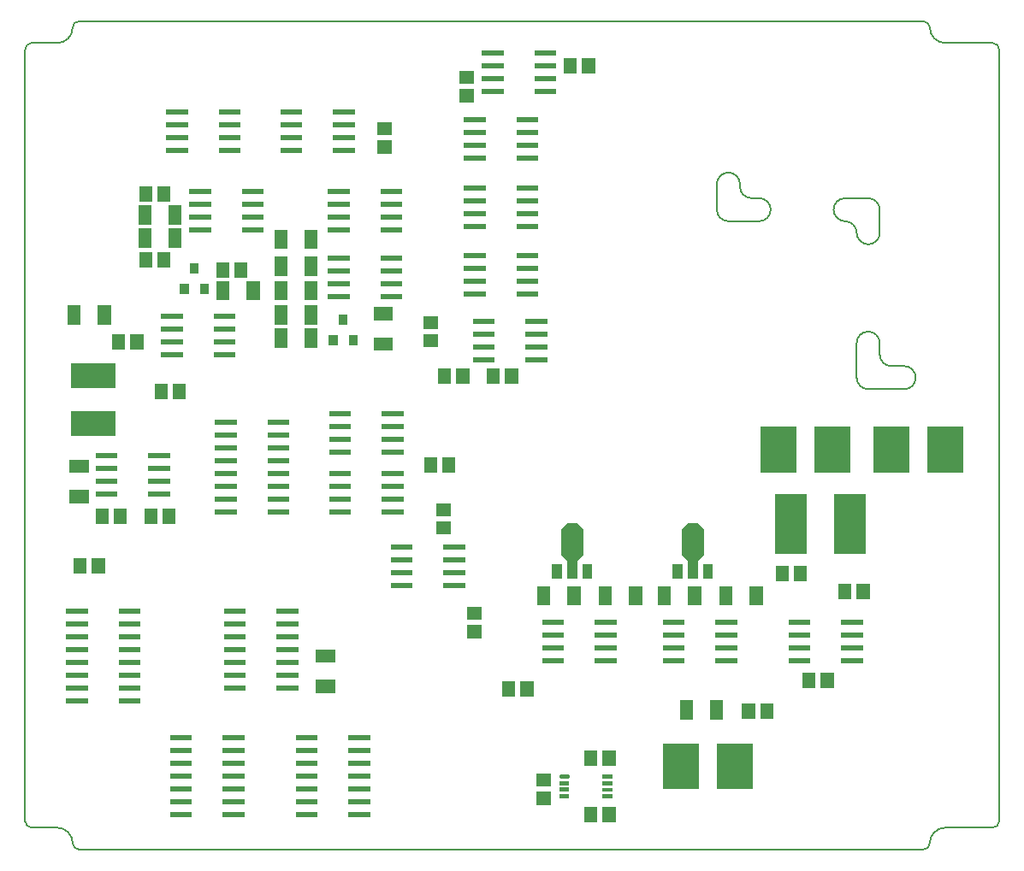
<source format=gbr>
G04 start of page 14 for group -4015 idx -4015 *
G04 Title: (unknown), toppaste *
G04 Creator: pcb 20091103 *
G04 CreationDate: Thu Nov 21 17:08:47 2024 UTC *
G04 For: bh *
G04 Format: Gerber/RS-274X *
G04 PCB-Dimensions: 560000 900000 *
G04 PCB-Coordinate-Origin: lower left *
%MOIN*%
%FSLAX25Y25*%
%LNTOPPASTE*%
%ADD11C,0.0200*%
%ADD30R,0.0200X0.0200*%
%ADD31C,0.0160*%
%ADD32R,0.0160X0.0160*%
%ADD33R,0.0512X0.0512*%
%ADD34R,0.1400X0.1400*%
%ADD35R,0.0394X0.0394*%
%ADD36R,0.0866X0.0866*%
%ADD37R,0.1230X0.1230*%
%ADD38R,0.0340X0.0340*%
%ADD39R,0.0970X0.0970*%
%ADD52C,0.0060*%
G54D52*X87000Y92500D02*X416000D01*
X66000Y404500D02*Y103500D01*
X68500Y101000D02*X78500D01*
X68500Y407000D02*X78500D01*
X424500D02*X443000D01*
X445500Y404500D02*Y103500D01*
X424500Y101000D02*X443000D01*
X394500Y272000D02*X408500D01*
X87000Y415500D02*X416000D01*
X390000Y290000D02*Y276500D01*
X399000Y290000D02*Y285500D01*
X403500Y281000D02*X408500D01*
X335500Y352000D02*Y342000D01*
X349000Y346500D02*X352000D01*
X399000Y342000D02*Y333000D01*
X340000Y337500D02*X352000D01*
X385500Y346500D02*X394500D01*
X344500Y352000D02*Y351000D01*
X84500Y413000D02*G75*G02X87000Y415500I2500J0D01*G01*
X66000Y404500D02*G75*G02X68500Y407000I2500J0D01*G01*
X78500Y101000D02*G75*G02X84500Y95000I0J-6000D01*G01*
Y413000D02*G75*G02X78500Y407000I-6000J0D01*G01*
X68500Y101000D02*G75*G02X66000Y103500I0J2500D01*G01*
X87000Y92500D02*G75*G02X84500Y95000I0J2500D01*G01*
X445500Y103500D02*G75*G02X443000Y101000I-2500J0D01*G01*
X418500Y95000D02*G75*G02X416000Y92500I-2500J0D01*G01*
Y415500D02*G75*G02X418500Y413000I0J-2500D01*G01*
Y95000D02*G75*G02X424500Y101000I6000J0D01*G01*
Y407000D02*G75*G02X418500Y413000I0J6000D01*G01*
X443000Y407000D02*G75*G02X445500Y404500I0J-2500D01*G01*
X344500Y352000D02*G75*G03X340000Y356500I-4500J0D01*G01*
X335500Y342000D02*G75*G03X340000Y337500I4500J0D01*G01*
X352000D02*G75*G03X356500Y342000I0J4500D01*G01*
G75*G03X352000Y346500I-4500J0D01*G01*
X344500Y351000D02*G75*G03X349000Y346500I4500J0D01*G01*
X340000Y356500D02*G75*G03X335500Y352000I0J-4500D01*G01*
X390000Y276500D02*G75*G03X394500Y272000I4500J0D01*G01*
X399000Y290000D02*G75*G03X394500Y294500I-4500J0D01*G01*
G75*G03X390000Y290000I0J-4500D01*G01*
X399000Y285500D02*G75*G03X403500Y281000I4500J0D01*G01*
X408500Y272000D02*G75*G03X413000Y276500I0J4500D01*G01*
G75*G03X408500Y281000I-4500J0D01*G01*
X385500Y346500D02*G75*G03X381000Y342000I0J-4500D01*G01*
G75*G03X385500Y337500I4500J0D01*G01*
X399000Y342000D02*G75*G03X394500Y346500I-4500J0D01*G01*
X390000Y333000D02*G75*G03X394500Y328500I4500J0D01*G01*
G75*G03X399000Y333000I0J4500D01*G01*
X390000D02*G75*G03X385500Y337500I-4500J0D01*G01*
G54D33*X240607Y184543D02*X241393D01*
X240607Y177457D02*X241393D01*
X360957Y200393D02*Y199607D01*
X368043Y200393D02*Y199607D01*
X385457Y193393D02*Y192607D01*
X392543Y193393D02*Y192607D01*
X371457Y158893D02*Y158107D01*
X378543Y158893D02*Y158107D01*
G54D37*X387500Y225100D02*Y213900D01*
X364500Y225100D02*Y213900D01*
G54D30*Y181000D02*X371000D01*
X364500Y176000D02*X371000D01*
X364500Y171000D02*X371000D01*
X364500Y166000D02*X371000D01*
X385000D02*X391500D01*
X385000Y171000D02*X391500D01*
X385000Y176000D02*X391500D01*
X385000Y181000D02*X391500D01*
G54D33*X237607Y386457D02*X238393D01*
X237607Y393543D02*X238393D01*
G54D30*X238000Y377000D02*X244500D01*
X238000Y372000D02*X244500D01*
X238000Y367000D02*X244500D01*
X238000Y362000D02*X244500D01*
X258500D02*X265000D01*
X258500Y367000D02*X265000D01*
X258500Y372000D02*X265000D01*
X258500Y377000D02*X265000D01*
G54D34*X321400Y126900D02*Y123100D01*
X342600Y126900D02*Y123100D01*
G54D33*X267607Y112457D02*X268393D01*
X267607Y119543D02*X268393D01*
X286457Y128393D02*Y127607D01*
X293543Y128393D02*Y127607D01*
X286457Y106393D02*Y105607D01*
X293543Y106393D02*Y105607D01*
G54D31*X275000Y121000D02*X277200D01*
G54D32*X275000Y118400D02*X277200D01*
X275000Y115900D02*X277200D01*
X275000Y113300D02*X277200D01*
X291700Y113200D02*X293900D01*
X291700Y115800D02*X293900D01*
X291700Y118300D02*X293900D01*
X291700Y120900D02*X293900D01*
G54D30*X238000Y350500D02*X244500D01*
X238000Y345500D02*X244500D01*
X238000Y340500D02*X244500D01*
X238000Y335500D02*X244500D01*
X258500D02*X265000D01*
X258500Y340500D02*X265000D01*
X258500Y345500D02*X265000D01*
X258500Y350500D02*X265000D01*
X245000Y403000D02*X251500D01*
X245000Y398000D02*X251500D01*
X245000Y393000D02*X251500D01*
X245000Y388000D02*X251500D01*
X265500D02*X272000D01*
X265500Y393000D02*X272000D01*
X265500Y398000D02*X272000D01*
X265500Y403000D02*X272000D01*
G54D33*X285543Y398393D02*Y397607D01*
X278457Y398393D02*Y397607D01*
X229457Y277393D02*Y276607D01*
X236543Y277393D02*Y276607D01*
G54D30*X238000Y324000D02*X244500D01*
X238000Y319000D02*X244500D01*
X238000Y314000D02*X244500D01*
X238000Y309000D02*X244500D01*
X258500D02*X265000D01*
X258500Y314000D02*X265000D01*
X258500Y319000D02*X265000D01*
X258500Y324000D02*X265000D01*
G54D34*X380600Y250400D02*Y246600D01*
X359400Y250400D02*Y246600D01*
G54D33*X339095Y192681D02*Y190319D01*
X350905Y192681D02*Y190319D01*
X315095Y192681D02*Y190319D01*
X326905Y192681D02*Y190319D01*
X292095Y192681D02*Y190319D01*
X303905Y192681D02*Y190319D01*
X268095Y192681D02*Y190319D01*
X279905Y192681D02*Y190319D01*
G54D35*X320190Y201969D02*Y200000D01*
X326100Y217717D02*Y200000D01*
G54D36*Y212993D02*Y211811D01*
G54D11*G36*
X327569Y210344D02*X330431Y207481D01*
X328068Y205119D01*
X325206Y207982D01*
X327569Y210344D01*
G37*
G36*
X321768Y207481D02*X324630Y210344D01*
X326993Y207982D01*
X324131Y205119D01*
X321768Y207481D01*
G37*
G36*
X325206Y216823D02*X328068Y219686D01*
X330431Y217324D01*
X327569Y214461D01*
X325206Y216823D01*
G37*
G36*
X324131Y219686D02*X326993Y216823D01*
X324630Y214461D01*
X321768Y217324D01*
X324131Y219686D01*
G37*
G54D35*X332000Y201969D02*Y200000D01*
X273190Y201969D02*Y200000D01*
X279100Y217717D02*Y200000D01*
G54D36*Y212993D02*Y211811D01*
G54D11*G36*
X280569Y210344D02*X283431Y207481D01*
X281068Y205119D01*
X278206Y207982D01*
X280569Y210344D01*
G37*
G36*
X274768Y207481D02*X277630Y210344D01*
X279993Y207982D01*
X277131Y205119D01*
X274768Y207481D01*
G37*
G36*
X278206Y216823D02*X281068Y219686D01*
X283431Y217324D01*
X280569Y214461D01*
X278206Y216823D01*
G37*
G36*
X277131Y219686D02*X279993Y216823D01*
X277630Y214461D01*
X274768Y217324D01*
X277131Y219686D01*
G37*
G54D35*X285000Y201969D02*Y200000D01*
G54D30*X268500Y181000D02*X275000D01*
X268500Y176000D02*X275000D01*
X268500Y171000D02*X275000D01*
X268500Y166000D02*X275000D01*
X289000D02*X295500D01*
X289000Y171000D02*X295500D01*
X289000Y176000D02*X295500D01*
X289000Y181000D02*X295500D01*
G54D34*X403400Y250400D02*Y246600D01*
X424600Y250400D02*Y246600D01*
G54D33*X347914Y146786D02*Y146000D01*
X355000Y146786D02*Y146000D01*
X335405Y148181D02*Y145819D01*
X323595Y148181D02*Y145819D01*
X228607Y217957D02*X229393D01*
X228607Y225043D02*X229393D01*
X231043Y242893D02*Y242107D01*
X223957Y242893D02*Y242107D01*
X248457Y277393D02*Y276607D01*
X255543Y277393D02*Y276607D01*
G54D30*X241500Y298500D02*X248000D01*
X241500Y293500D02*X248000D01*
X241500Y288500D02*X248000D01*
X241500Y283500D02*X248000D01*
X262000D02*X268500D01*
X262000Y288500D02*X268500D01*
X262000Y293500D02*X268500D01*
X262000Y298500D02*X268500D01*
X209500Y210500D02*X216000D01*
X209500Y205500D02*X216000D01*
X209500Y200500D02*X216000D01*
X209500Y195500D02*X216000D01*
X230000D02*X236500D01*
X230000Y200500D02*X236500D01*
X230000Y205500D02*X236500D01*
X230000Y210500D02*X236500D01*
G54D33*X112957Y322893D02*Y322107D01*
X120043Y322893D02*Y322107D01*
X223607Y298043D02*X224393D01*
X223607Y290957D02*X224393D01*
X126043Y271393D02*Y270607D01*
X118957Y271393D02*Y270607D01*
X102457Y290893D02*Y290107D01*
X109543Y290893D02*Y290107D01*
X112595Y341181D02*Y338819D01*
X124405Y341181D02*Y338819D01*
Y332181D02*Y329819D01*
X112595Y332181D02*Y329819D01*
X254457Y155393D02*Y154607D01*
X261543Y155393D02*Y154607D01*
X205607Y366457D02*X206393D01*
X205607Y373543D02*X206393D01*
G54D30*X122000Y380000D02*X128500D01*
X122000Y375000D02*X128500D01*
X122000Y370000D02*X128500D01*
X122000Y365000D02*X128500D01*
X142500D02*X149000D01*
X142500Y370000D02*X149000D01*
X142500Y375000D02*X149000D01*
X142500Y380000D02*X149000D01*
G54D33*X85095Y302181D02*Y299819D01*
X96905Y302181D02*Y299819D01*
G54D30*X166500Y380000D02*X173000D01*
X166500Y375000D02*X173000D01*
X166500Y370000D02*X173000D01*
X166500Y365000D02*X173000D01*
X187000D02*X193500D01*
X187000Y370000D02*X193500D01*
X187000Y375000D02*X193500D01*
X187000Y380000D02*X193500D01*
G54D33*X112957Y348393D02*Y347607D01*
X120043Y348393D02*Y347607D01*
X204319Y289595D02*X206681D01*
X204319Y301405D02*X206681D01*
G54D38*X186000Y291300D02*Y290700D01*
X193800Y291300D02*Y290700D01*
X189900Y299500D02*Y298900D01*
G54D33*X177405Y293181D02*Y290819D01*
X165595Y293181D02*Y290819D01*
G54D30*X123500Y136000D02*X130000D01*
X123500Y131000D02*X130000D01*
X123500Y126000D02*X130000D01*
X123500Y121000D02*X130000D01*
X123500Y116000D02*X130000D01*
X123500Y111000D02*X130000D01*
X123500Y106000D02*X130000D01*
X144000D02*X150500D01*
X144000Y111000D02*X150500D01*
X144000Y116000D02*X150500D01*
X144000Y121000D02*X150500D01*
X144000Y126000D02*X150500D01*
X144000Y131000D02*X150500D01*
X144000Y136000D02*X150500D01*
X315500Y181000D02*X322000D01*
X315500Y176000D02*X322000D01*
X315500Y171000D02*X322000D01*
X315500Y166000D02*X322000D01*
X336000D02*X342500D01*
X336000Y171000D02*X342500D01*
X336000Y176000D02*X342500D01*
X336000Y181000D02*X342500D01*
G54D33*X181819Y156095D02*X184181D01*
X181819Y167905D02*X184181D01*
G54D30*X83000Y185500D02*X89500D01*
X83000Y180500D02*X89500D01*
X83000Y175500D02*X89500D01*
X83000Y170500D02*X89500D01*
X83000Y165500D02*X89500D01*
X83000Y160500D02*X89500D01*
X83000Y155500D02*X89500D01*
X83000Y150500D02*X89500D01*
X103500D02*X110000D01*
X103500Y155500D02*X110000D01*
X103500Y160500D02*X110000D01*
X103500Y165500D02*X110000D01*
X103500Y170500D02*X110000D01*
X103500Y175500D02*X110000D01*
X103500Y180500D02*X110000D01*
X103500Y185500D02*X110000D01*
X144500D02*X151000D01*
X144500Y180500D02*X151000D01*
X144500Y175500D02*X151000D01*
X144500Y170500D02*X151000D01*
X144500Y165500D02*X151000D01*
X144500Y160500D02*X151000D01*
X144500Y155500D02*X151000D01*
X165000D02*X171500D01*
X165000Y160500D02*X171500D01*
X165000Y165500D02*X171500D01*
X165000Y170500D02*X171500D01*
X165000Y175500D02*X171500D01*
X165000Y180500D02*X171500D01*
X165000Y185500D02*X171500D01*
X131000Y349000D02*X137500D01*
X131000Y344000D02*X137500D01*
X131000Y339000D02*X137500D01*
X131000Y334000D02*X137500D01*
X151500D02*X158000D01*
X151500Y339000D02*X158000D01*
X151500Y344000D02*X158000D01*
X151500Y349000D02*X158000D01*
G54D33*X94543Y203393D02*Y202607D01*
X87457Y203393D02*Y202607D01*
X103043Y222893D02*Y222107D01*
X95957Y222893D02*Y222107D01*
X114957Y222893D02*Y222107D01*
X122043Y222893D02*Y222107D01*
X85819Y230095D02*X88181D01*
X85819Y241905D02*X88181D01*
G54D30*X94500Y246000D02*X101000D01*
X94500Y241000D02*X101000D01*
X94500Y236000D02*X101000D01*
X94500Y231000D02*X101000D01*
X115000D02*X121500D01*
X115000Y236000D02*X121500D01*
X115000Y241000D02*X121500D01*
X115000Y246000D02*X121500D01*
G54D39*X88600Y277400D02*X96400D01*
X88600Y258600D02*X96400D01*
G54D30*X185500Y262500D02*X192000D01*
X185500Y257500D02*X192000D01*
X185500Y252500D02*X192000D01*
X185500Y247500D02*X192000D01*
X206000D02*X212500D01*
X206000Y252500D02*X212500D01*
X206000Y257500D02*X212500D01*
X206000Y262500D02*X212500D01*
X185500Y239000D02*X192000D01*
X185500Y234000D02*X192000D01*
X185500Y229000D02*X192000D01*
X185500Y224000D02*X192000D01*
X206000D02*X212500D01*
X206000Y229000D02*X212500D01*
X206000Y234000D02*X212500D01*
X206000Y239000D02*X212500D01*
X141000Y259000D02*X147500D01*
X141000Y254000D02*X147500D01*
X141000Y249000D02*X147500D01*
X141000Y244000D02*X147500D01*
X141000Y239000D02*X147500D01*
X141000Y234000D02*X147500D01*
X141000Y229000D02*X147500D01*
X141000Y224000D02*X147500D01*
X161500D02*X168000D01*
X161500Y229000D02*X168000D01*
X161500Y234000D02*X168000D01*
X161500Y239000D02*X168000D01*
X161500Y244000D02*X168000D01*
X161500Y249000D02*X168000D01*
X161500Y254000D02*X168000D01*
X161500Y259000D02*X168000D01*
G54D38*X128000Y311300D02*Y310700D01*
X135800Y311300D02*Y310700D01*
X131900Y319500D02*Y318900D01*
G54D30*X172500Y136000D02*X179000D01*
X172500Y131000D02*X179000D01*
X172500Y126000D02*X179000D01*
X172500Y121000D02*X179000D01*
X172500Y116000D02*X179000D01*
X172500Y111000D02*X179000D01*
X172500Y106000D02*X179000D01*
X193000D02*X199500D01*
X193000Y111000D02*X199500D01*
X193000Y116000D02*X199500D01*
X193000Y121000D02*X199500D01*
X193000Y126000D02*X199500D01*
X193000Y131000D02*X199500D01*
X193000Y136000D02*X199500D01*
G54D33*X177405Y331681D02*Y329319D01*
X165595Y331681D02*Y329319D01*
G54D30*X120000Y300500D02*X126500D01*
X120000Y295500D02*X126500D01*
X120000Y290500D02*X126500D01*
X120000Y285500D02*X126500D01*
X140500D02*X147000D01*
X140500Y290500D02*X147000D01*
X140500Y295500D02*X147000D01*
X140500Y300500D02*X147000D01*
X185000Y323000D02*X191500D01*
X185000Y318000D02*X191500D01*
X185000Y313000D02*X191500D01*
X185000Y308000D02*X191500D01*
X205500D02*X212000D01*
X205500Y313000D02*X212000D01*
X205500Y318000D02*X212000D01*
X205500Y323000D02*X212000D01*
G54D33*X165595Y302181D02*Y299819D01*
X177405Y302181D02*Y299819D01*
X165595Y321181D02*Y318819D01*
X177405Y321181D02*Y318819D01*
X165595Y311681D02*Y309319D01*
X177405Y311681D02*Y309319D01*
G54D30*X185000Y349000D02*X191500D01*
X185000Y344000D02*X191500D01*
X185000Y339000D02*X191500D01*
X185000Y334000D02*X191500D01*
X205500D02*X212000D01*
X205500Y339000D02*X212000D01*
X205500Y344000D02*X212000D01*
X205500Y349000D02*X212000D01*
G54D33*X143095Y311681D02*Y309319D01*
X154905Y311681D02*Y309319D01*
X142957Y318893D02*Y318107D01*
X150043Y318893D02*Y318107D01*
M02*

</source>
